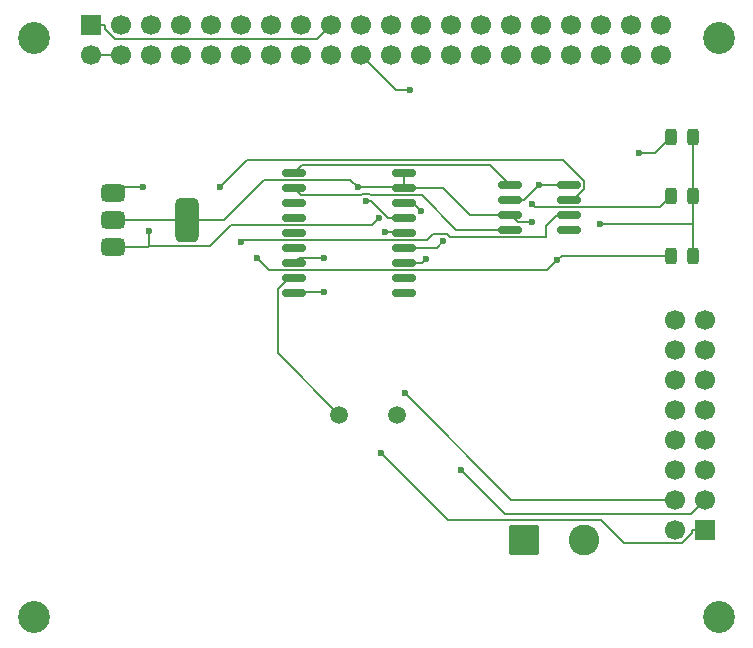
<source format=gtl>
%TF.GenerationSoftware,KiCad,Pcbnew,9.0.7*%
%TF.CreationDate,2026-02-04T14:07:26-06:00*%
%TF.ProjectId,can-hat,63616e2d-6861-4742-9e6b-696361645f70,rev?*%
%TF.SameCoordinates,Original*%
%TF.FileFunction,Copper,L1,Top*%
%TF.FilePolarity,Positive*%
%FSLAX46Y46*%
G04 Gerber Fmt 4.6, Leading zero omitted, Abs format (unit mm)*
G04 Created by KiCad (PCBNEW 9.0.7) date 2026-02-04 14:07:26*
%MOMM*%
%LPD*%
G01*
G04 APERTURE LIST*
G04 Aperture macros list*
%AMRoundRect*
0 Rectangle with rounded corners*
0 $1 Rounding radius*
0 $2 $3 $4 $5 $6 $7 $8 $9 X,Y pos of 4 corners*
0 Add a 4 corners polygon primitive as box body*
4,1,4,$2,$3,$4,$5,$6,$7,$8,$9,$2,$3,0*
0 Add four circle primitives for the rounded corners*
1,1,$1+$1,$2,$3*
1,1,$1+$1,$4,$5*
1,1,$1+$1,$6,$7*
1,1,$1+$1,$8,$9*
0 Add four rect primitives between the rounded corners*
20,1,$1+$1,$2,$3,$4,$5,0*
20,1,$1+$1,$4,$5,$6,$7,0*
20,1,$1+$1,$6,$7,$8,$9,0*
20,1,$1+$1,$8,$9,$2,$3,0*%
G04 Aperture macros list end*
%TA.AperFunction,SMDPad,CuDef*%
%ADD10RoundRect,0.150000X-0.825000X-0.150000X0.825000X-0.150000X0.825000X0.150000X-0.825000X0.150000X0*%
%TD*%
%TA.AperFunction,SMDPad,CuDef*%
%ADD11RoundRect,0.243750X-0.243750X-0.456250X0.243750X-0.456250X0.243750X0.456250X-0.243750X0.456250X0*%
%TD*%
%TA.AperFunction,SMDPad,CuDef*%
%ADD12RoundRect,0.150000X-0.875000X-0.150000X0.875000X-0.150000X0.875000X0.150000X-0.875000X0.150000X0*%
%TD*%
%TA.AperFunction,ComponentPad*%
%ADD13R,1.700000X1.700000*%
%TD*%
%TA.AperFunction,ComponentPad*%
%ADD14C,1.700000*%
%TD*%
%TA.AperFunction,SMDPad,CuDef*%
%ADD15RoundRect,0.375000X-0.625000X-0.375000X0.625000X-0.375000X0.625000X0.375000X-0.625000X0.375000X0*%
%TD*%
%TA.AperFunction,SMDPad,CuDef*%
%ADD16RoundRect,0.500000X-0.500000X-1.400000X0.500000X-1.400000X0.500000X1.400000X-0.500000X1.400000X0*%
%TD*%
%TA.AperFunction,ComponentPad*%
%ADD17RoundRect,0.250000X-1.050000X-1.050000X1.050000X-1.050000X1.050000X1.050000X-1.050000X1.050000X0*%
%TD*%
%TA.AperFunction,ComponentPad*%
%ADD18C,2.600000*%
%TD*%
%TA.AperFunction,ComponentPad*%
%ADD19C,2.700000*%
%TD*%
%TA.AperFunction,ComponentPad*%
%ADD20C,1.500000*%
%TD*%
%TA.AperFunction,ViaPad*%
%ADD21C,0.600000*%
%TD*%
%TA.AperFunction,Conductor*%
%ADD22C,0.200000*%
%TD*%
G04 APERTURE END LIST*
D10*
%TO.P,U3,1,D*%
%TO.N,CAN_TX*%
X158500000Y-48500000D03*
%TO.P,U3,2,GND*%
%TO.N,GND*%
X158500000Y-49770000D03*
%TO.P,U3,3,VCC*%
%TO.N,+3.3V*%
X158500000Y-51040000D03*
%TO.P,U3,4,R*%
%TO.N,CAN_RX*%
X158500000Y-52310000D03*
%TO.P,U3,5,Vref*%
%TO.N,unconnected-(U3-Vref-Pad5)*%
X163450000Y-52310000D03*
%TO.P,U3,6,CANL*%
%TO.N,/CANL_U5*%
X163450000Y-51040000D03*
%TO.P,U3,7,CANH*%
%TO.N,/CANH_U5*%
X163450000Y-49770000D03*
%TO.P,U3,8,Rs*%
%TO.N,GND*%
X163450000Y-48500000D03*
%TD*%
D11*
%TO.P,LED2,1,K*%
%TO.N,Net-(LED2-K)*%
X172125000Y-49500000D03*
%TO.P,LED2,2,A*%
%TO.N,+3.3V*%
X174000000Y-49500000D03*
%TD*%
D12*
%TO.P,U2,1,TXCAN*%
%TO.N,CAN_TX*%
X140200000Y-47500000D03*
%TO.P,U2,2,RXCAN*%
%TO.N,CAN_RX*%
X140200000Y-48770000D03*
%TO.P,U2,3,CLKOUT/SOF*%
%TO.N,unconnected-(U2-CLKOUT{slash}SOF-Pad3)*%
X140200000Y-50040000D03*
%TO.P,U2,4,~{TX0RTS}*%
%TO.N,unconnected-(U2-~{TX0RTS}-Pad4)*%
X140200000Y-51310000D03*
%TO.P,U2,5,~{TX1RTS}*%
%TO.N,unconnected-(U2-~{TX1RTS}-Pad5)*%
X140200000Y-52580000D03*
%TO.P,U2,6,~{TX2RTS}*%
%TO.N,unconnected-(U2-~{TX2RTS}-Pad6)*%
X140200000Y-53850000D03*
%TO.P,U2,7,OSC2*%
%TO.N,/OSC2*%
X140200000Y-55120000D03*
%TO.P,U2,8,OSC1*%
%TO.N,/OSC1*%
X140200000Y-56390000D03*
%TO.P,U2,9,VSS*%
%TO.N,GND*%
X140200000Y-57660000D03*
%TO.P,U2,10,~{RX1BF}*%
%TO.N,unconnected-(U2-~{RX1BF}-Pad10)*%
X149500000Y-57660000D03*
%TO.P,U2,11,~{RX0BF}*%
%TO.N,unconnected-(U2-~{RX0BF}-Pad11)*%
X149500000Y-56390000D03*
%TO.P,U2,12,~{INT}*%
%TO.N,CAN_INT*%
X149500000Y-55120000D03*
%TO.P,U2,13,SCK*%
%TO.N,SPI_SCLK*%
X149500000Y-53850000D03*
%TO.P,U2,14,SI*%
%TO.N,SPI_MOSI*%
X149500000Y-52580000D03*
%TO.P,U2,15,SO*%
%TO.N,SPI_MISO*%
X149500000Y-51310000D03*
%TO.P,U2,16,~{CS}*%
%TO.N,SPI_CE0*%
X149500000Y-50040000D03*
%TO.P,U2,17,~{RESET}*%
%TO.N,+3.3V*%
X149500000Y-48770000D03*
%TO.P,U2,18,VDD*%
X149500000Y-47500000D03*
%TD*%
D13*
%TO.P,J2,1,Pin_1*%
%TO.N,SPI_MISO*%
X175040000Y-77700000D03*
D14*
%TO.P,J2,2,Pin_2*%
%TO.N,+3.3V*%
X172500000Y-77700000D03*
%TO.P,J2,3,Pin_3*%
%TO.N,SPI_SCLK*%
X175040000Y-75160000D03*
%TO.P,J2,4,Pin_4*%
%TO.N,SPI_MOSI*%
X172500000Y-75160000D03*
%TO.P,J2,5,Pin_5*%
%TO.N,GND*%
X175040000Y-72620000D03*
%TO.P,J2,6,Pin_6*%
X172500000Y-72620000D03*
%TO.P,J2,7,Pin_7*%
%TO.N,unconnected-(J2-Pin_7-Pad7)*%
X175040000Y-70080000D03*
%TO.P,J2,8,Pin_8*%
%TO.N,unconnected-(J2-Pin_8-Pad8)*%
X172500000Y-70080000D03*
%TO.P,J2,9,Pin_9*%
%TO.N,unconnected-(J2-Pin_9-Pad9)*%
X175040000Y-67540000D03*
%TO.P,J2,10,Pin_10*%
%TO.N,unconnected-(J2-Pin_10-Pad10)*%
X172500000Y-67540000D03*
%TO.P,J2,11,Pin_11*%
%TO.N,unconnected-(J2-Pin_11-Pad11)*%
X175040000Y-65000000D03*
%TO.P,J2,12,Pin_12*%
%TO.N,unconnected-(J2-Pin_12-Pad12)*%
X172500000Y-65000000D03*
%TO.P,J2,13,Pin_13*%
%TO.N,unconnected-(J2-Pin_13-Pad13)*%
X175040000Y-62460000D03*
%TO.P,J2,14,Pin_14*%
%TO.N,unconnected-(J2-Pin_14-Pad14)*%
X172500000Y-62460000D03*
%TO.P,J2,15,Pin_15*%
%TO.N,unconnected-(J2-Pin_15-Pad15)*%
X175040000Y-59920000D03*
%TO.P,J2,16,Pin_16*%
%TO.N,unconnected-(J2-Pin_16-Pad16)*%
X172500000Y-59920000D03*
%TD*%
D15*
%TO.P,U1,1,GND*%
%TO.N,GND*%
X124850000Y-49200000D03*
%TO.P,U1,2,VO*%
%TO.N,+3.3V*%
X124850000Y-51500000D03*
D16*
X131150000Y-51500000D03*
D15*
%TO.P,U1,3,VI*%
%TO.N,+5V*%
X124850000Y-53800000D03*
%TD*%
D11*
%TO.P,LED3,1,K*%
%TO.N,CANH*%
X172125000Y-54500000D03*
%TO.P,LED3,2,A*%
%TO.N,+3.3V*%
X174000000Y-54500000D03*
%TD*%
D17*
%TO.P,J3,1,Pin_1*%
%TO.N,unconnected-(J3-Pin_1-Pad1)*%
X159685000Y-78570000D03*
D18*
%TO.P,J3,2,Pin_2*%
%TO.N,unconnected-(J3-Pin_2-Pad2)*%
X164765000Y-78570000D03*
%TD*%
D19*
%TO.P,H1,1*%
%TO.N,N/C*%
X118185000Y-36070000D03*
%TD*%
%TO.P,H2,1*%
%TO.N,N/C*%
X176185000Y-36070000D03*
%TD*%
%TO.P,H3,1*%
%TO.N,N/C*%
X118185000Y-85070000D03*
%TD*%
%TO.P,H4,1*%
%TO.N,N/C*%
X176185000Y-85070000D03*
%TD*%
D11*
%TO.P,LED1,1,K*%
%TO.N,GND*%
X172125000Y-44430000D03*
%TO.P,LED1,2,A*%
%TO.N,+3.3V*%
X174000000Y-44430000D03*
%TD*%
D20*
%TO.P,Y1,1,1*%
%TO.N,/OSC1*%
X144060000Y-68000000D03*
%TO.P,Y1,2,2*%
%TO.N,/OSC2*%
X148940000Y-68000000D03*
%TD*%
D13*
%TO.P,J1,1,Pin_1*%
%TO.N,+3.3V*%
X123020000Y-35000000D03*
D14*
%TO.P,J1,2,Pin_2*%
%TO.N,+5V*%
X123020000Y-37540000D03*
%TO.P,J1,3,Pin_3*%
%TO.N,unconnected-(J1-Pin_3-Pad3)*%
X125560000Y-35000000D03*
%TO.P,J1,4,Pin_4*%
%TO.N,+5V*%
X125560000Y-37540000D03*
%TO.P,J1,5,Pin_5*%
%TO.N,unconnected-(J1-Pin_5-Pad5)*%
X128100000Y-35000000D03*
%TO.P,J1,6,Pin_6*%
%TO.N,GND*%
X128100000Y-37540000D03*
%TO.P,J1,7,Pin_7*%
%TO.N,unconnected-(J1-Pin_7-Pad7)*%
X130640000Y-35000000D03*
%TO.P,J1,8,Pin_8*%
%TO.N,unconnected-(J1-Pin_8-Pad8)*%
X130640000Y-37540000D03*
%TO.P,J1,9,Pin_9*%
%TO.N,GND*%
X133180000Y-35000000D03*
%TO.P,J1,10,Pin_10*%
%TO.N,unconnected-(J1-Pin_10-Pad10)*%
X133180000Y-37540000D03*
%TO.P,J1,11,Pin_11*%
%TO.N,unconnected-(J1-Pin_11-Pad11)*%
X135720000Y-35000000D03*
%TO.P,J1,12,Pin_12*%
%TO.N,unconnected-(J1-Pin_12-Pad12)*%
X135720000Y-37540000D03*
%TO.P,J1,13,Pin_13*%
%TO.N,unconnected-(J1-Pin_13-Pad13)*%
X138260000Y-35000000D03*
%TO.P,J1,14,Pin_14*%
%TO.N,GND*%
X138260000Y-37540000D03*
%TO.P,J1,15,Pin_15*%
%TO.N,unconnected-(J1-Pin_15-Pad15)*%
X140800000Y-35000000D03*
%TO.P,J1,16,Pin_16*%
%TO.N,unconnected-(J1-Pin_16-Pad16)*%
X140800000Y-37540000D03*
%TO.P,J1,17,Pin_17*%
%TO.N,+3.3V*%
X143340000Y-35000000D03*
%TO.P,J1,18,Pin_18*%
%TO.N,unconnected-(J1-Pin_18-Pad18)*%
X143340000Y-37540000D03*
%TO.P,J1,19,Pin_19*%
%TO.N,SPI_MOSI*%
X145880000Y-35000000D03*
%TO.P,J1,20,Pin_20*%
%TO.N,GND*%
X145880000Y-37540000D03*
%TO.P,J1,21,Pin_21*%
%TO.N,SPI_MISO*%
X148420000Y-35000000D03*
%TO.P,J1,22,Pin_22*%
%TO.N,CAN_INT*%
X148420000Y-37540000D03*
%TO.P,J1,23,Pin_23*%
%TO.N,SPI_SCLK*%
X150960000Y-35000000D03*
%TO.P,J1,24,Pin_24*%
%TO.N,SPI_CE0*%
X150960000Y-37540000D03*
%TO.P,J1,25,Pin_25*%
%TO.N,GND*%
X153500000Y-35000000D03*
%TO.P,J1,26,Pin_26*%
%TO.N,unconnected-(J1-Pin_26-Pad26)*%
X153500000Y-37540000D03*
%TO.P,J1,27,Pin_27*%
%TO.N,unconnected-(J1-Pin_27-Pad27)*%
X156040000Y-35000000D03*
%TO.P,J1,28,Pin_28*%
%TO.N,unconnected-(J1-Pin_28-Pad28)*%
X156040000Y-37540000D03*
%TO.P,J1,29,Pin_29*%
%TO.N,unconnected-(J1-Pin_29-Pad29)*%
X158580000Y-35000000D03*
%TO.P,J1,30,Pin_30*%
%TO.N,GND*%
X158580000Y-37540000D03*
%TO.P,J1,31,Pin_31*%
%TO.N,unconnected-(J1-Pin_31-Pad31)*%
X161120000Y-35000000D03*
%TO.P,J1,32,Pin_32*%
%TO.N,unconnected-(J1-Pin_32-Pad32)*%
X161120000Y-37540000D03*
%TO.P,J1,33,Pin_33*%
%TO.N,unconnected-(J1-Pin_33-Pad33)*%
X163660000Y-35000000D03*
%TO.P,J1,34,Pin_34*%
%TO.N,GND*%
X163660000Y-37540000D03*
%TO.P,J1,35,Pin_35*%
%TO.N,unconnected-(J1-Pin_35-Pad35)*%
X166200000Y-35000000D03*
%TO.P,J1,36,Pin_36*%
%TO.N,unconnected-(J1-Pin_36-Pad36)*%
X166200000Y-37540000D03*
%TO.P,J1,37,Pin_37*%
%TO.N,unconnected-(J1-Pin_37-Pad37)*%
X168740000Y-35000000D03*
%TO.P,J1,38,Pin_38*%
%TO.N,unconnected-(J1-Pin_38-Pad38)*%
X168740000Y-37540000D03*
%TO.P,J1,39,Pin_39*%
%TO.N,GND*%
X171280000Y-35000000D03*
%TO.P,J1,40,Pin_40*%
%TO.N,unconnected-(J1-Pin_40-Pad40)*%
X171280000Y-37540000D03*
%TD*%
D21*
%TO.N,+5V*%
X147380400Y-51339300D03*
X127921700Y-52387600D03*
%TO.N,GND*%
X150000000Y-40500000D03*
X142738600Y-57612000D03*
X160930600Y-48500000D03*
X169413500Y-45780400D03*
X127431900Y-48738300D03*
%TO.N,+3.3V*%
X160367300Y-51673500D03*
X166113500Y-51840100D03*
X145587600Y-48738300D03*
%TO.N,/OSC2*%
X142740200Y-54724000D03*
%TO.N,SPI_MOSI*%
X149565400Y-66128400D03*
X147954100Y-52531300D03*
%TO.N,SPI_MISO*%
X147591500Y-71196900D03*
X146308900Y-49861100D03*
%TO.N,SPI_SCLK*%
X154362600Y-72633900D03*
X152859300Y-53293000D03*
%TO.N,CAN_INT*%
X151364000Y-54802500D03*
%TO.N,SPI_CE0*%
X150960000Y-50706500D03*
%TO.N,CANH*%
X162496500Y-54897000D03*
X137103600Y-54733700D03*
%TO.N,/CANH_U5*%
X133928500Y-48738300D03*
%TO.N,/CANL_U5*%
X135716100Y-53393400D03*
%TO.N,Net-(LED2-K)*%
X160350400Y-50116700D03*
%TD*%
D22*
%TO.N,+5V*%
X127833400Y-53800000D02*
X127921700Y-53711700D01*
X125560000Y-37540000D02*
X123020000Y-37540000D01*
X134884400Y-51945000D02*
X133117700Y-53711700D01*
X127921700Y-53711700D02*
X127921700Y-52387600D01*
X147380400Y-51339300D02*
X146774700Y-51945000D01*
X124850000Y-53800000D02*
X127833400Y-53800000D01*
X146774700Y-51945000D02*
X134884400Y-51945000D01*
X133117700Y-53711700D02*
X127921700Y-53711700D01*
%TO.N,GND*%
X142738600Y-57612000D02*
X140248000Y-57612000D01*
X140248000Y-57612000D02*
X140200000Y-57660000D01*
X145880000Y-37540000D02*
X148840000Y-40500000D01*
X159660600Y-49770000D02*
X158500000Y-49770000D01*
X170774600Y-45780400D02*
X172125000Y-44430000D01*
X160930600Y-48500000D02*
X159660600Y-49770000D01*
X169413500Y-45780400D02*
X170774600Y-45780400D01*
X127431900Y-48738300D02*
X125311700Y-48738300D01*
X125311700Y-48738300D02*
X124850000Y-49200000D01*
X145960000Y-37540000D02*
X146000000Y-37500000D01*
X160930600Y-48500000D02*
X163450000Y-48500000D01*
X145960000Y-37540000D02*
X145880000Y-37540000D01*
X148840000Y-40500000D02*
X150000000Y-40500000D01*
%TO.N,+3.3V*%
X123020000Y-35000000D02*
X124171700Y-35000000D01*
X160367300Y-51673500D02*
X159133500Y-51673500D01*
X134276700Y-51500000D02*
X137641700Y-48135000D01*
X145587600Y-48738300D02*
X149468300Y-48738300D01*
X149500000Y-47500000D02*
X149500000Y-48770000D01*
X131150000Y-51500000D02*
X124850000Y-51500000D01*
X131150000Y-51500000D02*
X134276700Y-51500000D01*
X174000000Y-51674800D02*
X174000000Y-49500000D01*
X159133500Y-51673500D02*
X158500000Y-51040000D01*
X143340000Y-35000000D02*
X142188300Y-36151700D01*
X144984300Y-48135000D02*
X145587600Y-48738300D01*
X174000000Y-54500000D02*
X174000000Y-51840100D01*
X152818500Y-48770000D02*
X155088500Y-51040000D01*
X125035400Y-36151700D02*
X124171700Y-35288000D01*
X124171700Y-35288000D02*
X124171700Y-35000000D01*
X174000000Y-44430000D02*
X174000000Y-49500000D01*
X174000000Y-51840100D02*
X166113500Y-51840100D01*
X155088500Y-51040000D02*
X158500000Y-51040000D01*
X174000000Y-51840100D02*
X174000000Y-51674800D01*
X149468300Y-48738300D02*
X149500000Y-48770000D01*
X142188300Y-36151700D02*
X125035400Y-36151700D01*
X149500000Y-48770000D02*
X152818500Y-48770000D01*
X137641700Y-48135000D02*
X144984300Y-48135000D01*
%TO.N,/OSC2*%
X142740200Y-54724000D02*
X140596000Y-54724000D01*
X140596000Y-54724000D02*
X140200000Y-55120000D01*
%TO.N,/OSC1*%
X140200000Y-56390000D02*
X139743600Y-56390000D01*
X138815100Y-62755100D02*
X144060000Y-68000000D01*
X138815100Y-57318500D02*
X138815100Y-62755100D01*
X139743600Y-56390000D02*
X138815100Y-57318500D01*
%TO.N,SPI_MOSI*%
X172500000Y-75160000D02*
X158597000Y-75160000D01*
X158597000Y-75160000D02*
X149565400Y-66128400D01*
X147954100Y-52531300D02*
X149451300Y-52531300D01*
X149451300Y-52531300D02*
X149500000Y-52580000D01*
%TO.N,SPI_MISO*%
X148202000Y-51310000D02*
X146753100Y-49861100D01*
X166170100Y-76854900D02*
X153249500Y-76854900D01*
X168168800Y-78853600D02*
X166170100Y-76854900D01*
X173888300Y-77700000D02*
X173888300Y-77987900D01*
X173888300Y-77987900D02*
X173022600Y-78853600D01*
X146753100Y-49861100D02*
X146308900Y-49861100D01*
X153249500Y-76854900D02*
X147591500Y-71196900D01*
X175040000Y-77700000D02*
X173888300Y-77700000D01*
X173022600Y-78853600D02*
X168168800Y-78853600D01*
X149500000Y-51310000D02*
X148202000Y-51310000D01*
%TO.N,SPI_SCLK*%
X152302300Y-53850000D02*
X149500000Y-53850000D01*
X152859300Y-53293000D02*
X152302300Y-53850000D01*
X175040000Y-75160000D02*
X173859200Y-76340800D01*
X173859200Y-76340800D02*
X158069500Y-76340800D01*
X158069500Y-76340800D02*
X154362600Y-72633900D01*
%TO.N,CAN_INT*%
X149500000Y-55120000D02*
X151046500Y-55120000D01*
X151046500Y-55120000D02*
X151364000Y-54802500D01*
%TO.N,SPI_CE0*%
X149500000Y-50040000D02*
X150293500Y-50040000D01*
X150293500Y-50040000D02*
X150960000Y-50706500D01*
%TO.N,CANH*%
X138124900Y-55755000D02*
X137103600Y-54733700D01*
X162893500Y-54500000D02*
X162496500Y-54897000D01*
X162496500Y-54897000D02*
X161638500Y-55755000D01*
X161638500Y-55755000D02*
X138124900Y-55755000D01*
X172125000Y-54500000D02*
X162893500Y-54500000D01*
%TO.N,/CANH_U5*%
X133928500Y-48738300D02*
X136240400Y-46426400D01*
X163849700Y-49770000D02*
X163450000Y-49770000D01*
X164728600Y-48891100D02*
X163849700Y-49770000D01*
X164728600Y-48155700D02*
X164728600Y-48891100D01*
X136240400Y-46426400D02*
X162999300Y-46426400D01*
X162999300Y-46426400D02*
X164728600Y-48155700D01*
%TO.N,/CANL_U5*%
X162475001Y-51040000D02*
X161547900Y-51967101D01*
X151453300Y-53214900D02*
X135894600Y-53214900D01*
X151979900Y-52688300D02*
X151453300Y-53214900D01*
X163450000Y-51040000D02*
X162475001Y-51040000D01*
X153123000Y-52688300D02*
X151979900Y-52688300D01*
X135894600Y-53214900D02*
X135716100Y-53393400D01*
X153376800Y-52942100D02*
X153123000Y-52688300D01*
X161547900Y-51967101D02*
X161547900Y-52942100D01*
X161547900Y-52942100D02*
X153376800Y-52942100D01*
%TO.N,Net-(LED2-K)*%
X171220000Y-50405000D02*
X172125000Y-49500000D01*
X160350400Y-50116700D02*
X160638700Y-50405000D01*
X160638700Y-50405000D02*
X171220000Y-50405000D01*
%TO.N,CAN_RX*%
X146059800Y-49259400D02*
X145914200Y-49405000D01*
X146703700Y-49405000D02*
X146558100Y-49259400D01*
X145914200Y-49405000D02*
X140835000Y-49405000D01*
X158500000Y-52310000D02*
X153945700Y-52310000D01*
X151040700Y-49405000D02*
X146703700Y-49405000D01*
X140835000Y-49405000D02*
X140200000Y-48770000D01*
X153945700Y-52310000D02*
X151040700Y-49405000D01*
X146558100Y-49259400D02*
X146059800Y-49259400D01*
%TO.N,CAN_TX*%
X140200000Y-47500000D02*
X140864100Y-46835900D01*
X156835900Y-46835900D02*
X158500000Y-48500000D01*
X140864100Y-46835900D02*
X156835900Y-46835900D01*
%TD*%
M02*

</source>
